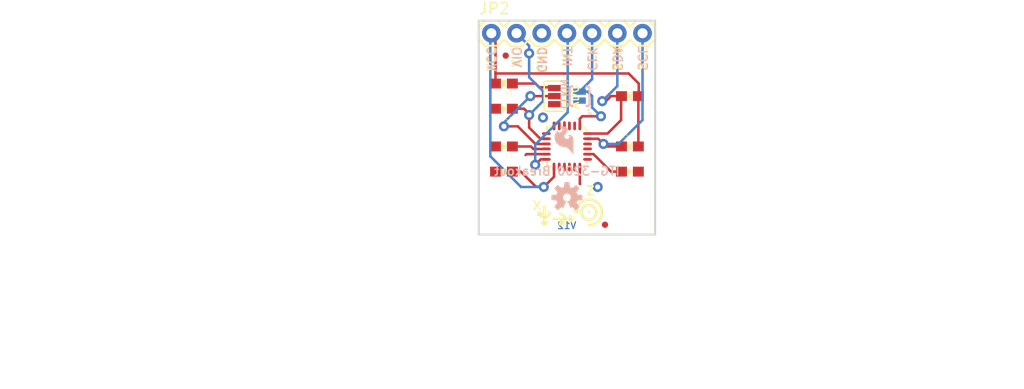
<source format=kicad_pcb>
(kicad_pcb (version 20211014) (generator pcbnew)
  (layers (0 "F.Cu" signal) (31 "B.Cu" signal) (34 "B.Paste" user) (35 "F.Paste" user) (36 "B.SilkS" user "B.Silkscreen") (37 "F.SilkS" user "F.Silkscreen") (38 "B.Mask" user) (39 "F.Mask" user) (44 "Edge.Cuts" user))
  (net 0 "")
  (net 1 "VCC")
  (net 2 "VLOGIC")
  (net 3 "GND")
  (net 4 "CLKIN")
  (net 5 "INT")
  (net 6 "SCL")
  (net 7 "SDA")
  (net 8 "N$2")
  (net 9 "N$1")
  (net 10 "AD0")
  (net 11 "N$3")
  (footprint "boardEagle:0603-RES" (layer "F.Cu") (at 154.8511 101.8286)
    (fp_text reference "R1" (at -0.889 -0.762) (layer "F.SilkS") (effects (font (size 0.373888 0.373888) (thickness 0.032512)) (justify left bottom)))
    (fp_text value "DNP")
    (fp_poly (pts (xy -0.2286 0.381) (xy 0.2286 0.381) (xy 0.2286 -0.381) (xy -0.2286 -0.381)) (layer "F.SilkS") (width 0) (fill solid))
    (pad "1" smd rect (at -0.85 0) (size 1.1 1) (layers "F.Cu" "F.Paste" "F.Mask") (net 7 "SDA"))
    (pad "2" smd rect (at 0.85 0) (size 1.1 1) (layers "F.Cu" "F.Paste" "F.Mask") (net 1 "VCC"))
  )
  (footprint "boardEagle:MICRO-FIDUCIAL" (layer "F.Cu") (at 152.3365 114.808)
    (fp_text reference "FID2" hide)
    (fp_text value "FIDUCIALUFIDUCIAL" hide)
    (pad "1" smd roundrect (at 0 0) (size 0.635 0.635) (layers "F.Cu" "F.Mask") (roundrect_rratio 0.5))
  )
  (footprint "boardEagle:STAND-OFF-TIGHT" (layer "F.Cu") (at 142.1511 113.2586)
    (fp_text reference "U$2" hide)
    (fp_text value "" hide)
    (pad "" np_thru_hole circle (at 0 0) (size 3.048 3.048) (drill 3.048) (layers *.Cu *.Mask))
  )
  (footprint "boardEagle:0603-RES" (layer "F.Cu") (at 142.1511 100.5586 180)
    (fp_text reference "R3" (at -0.889 -0.762 180) (layer "F.SilkS") (effects (font (size 0.373888 0.373888) (thickness 0.032512)) (justify right top)))
    (fp_text value "10K")
    (fp_poly (pts (xy -0.2286 0.381) (xy 0.2286 0.381) (xy 0.2286 -0.381) (xy -0.2286 -0.381)) (layer "F.SilkS") (width 0) (fill solid))
    (pad "1" smd rect (at -0.85 0 180) (size 1.1 1) (layers "F.Cu" "F.Paste" "F.Mask") (net 11 "N$3"))
    (pad "2" smd rect (at 0.85 0 180) (size 1.1 1) (layers "F.Cu" "F.Paste" "F.Mask") (net 1 "VCC"))
  )
  (footprint "boardEagle:0603-RES" (layer "F.Cu") (at 154.8511 106.9086)
    (fp_text reference "R2" (at -0.889 -0.762) (layer "F.SilkS") (effects (font (size 0.373888 0.373888) (thickness 0.032512)) (justify left bottom)))
    (fp_text value "DNP")
    (fp_poly (pts (xy -0.2286 0.381) (xy 0.2286 0.381) (xy 0.2286 -0.381) (xy -0.2286 -0.381)) (layer "F.SilkS") (width 0) (fill solid))
    (pad "1" smd rect (at -0.85 0) (size 1.1 1) (layers "F.Cu" "F.Paste" "F.Mask") (net 6 "SCL"))
    (pad "2" smd rect (at 0.85 0) (size 1.1 1) (layers "F.Cu" "F.Paste" "F.Mask") (net 1 "VCC"))
  )
  (footprint "boardEagle:CREATIVE_COMMONS" (layer "F.Cu") (at 111.6711 131.0386)
    (fp_text reference "FRAME1" hide)
    (fp_text value "FRAME-LETTER" hide)
  )
  (footprint "boardEagle:0603-CAP" (layer "F.Cu") (at 142.1511 106.9086 180)
    (fp_text reference "C3" (at -0.889 -0.762 180) (layer "F.SilkS") (effects (font (size 0.373888 0.373888) (thickness 0.032512)) (justify right top)))
    (fp_text value "0.1uF")
    (fp_line (start 0 -0.0305) (end 0 0.0305) (layer "F.SilkS") (width 0.5588))
    (pad "1" smd rect (at -0.85 0 180) (size 1.1 1) (layers "F.Cu" "F.Paste" "F.Mask") (net 8 "N$2"))
    (pad "2" smd rect (at 0.85 0 180) (size 1.1 1) (layers "F.Cu" "F.Paste" "F.Mask") (net 3 "GND"))
  )
  (footprint "boardEagle:1X07" (layer "F.Cu") (at 140.8811 95.4786)
    (fp_text reference "JP2" (at -1.3462 -1.8288) (layer "F.SilkS") (effects (font (size 1.143 1.143) (thickness 0.127)) (justify left bottom)))
    (fp_text value "")
    (fp_line (start -0.635 -1.27) (end -1.27 -0.635) (layer "F.SilkS") (width 0.2032))
    (fp_line (start 13.97 0.635) (end 14.605 1.27) (layer "F.SilkS") (width 0.2032))
    (fp_line (start 13.97 0.635) (end 13.335 1.27) (layer "F.SilkS") (width 0.2032))
    (fp_line (start 10.795 -1.27) (end 11.43 -0.635) (layer "F.SilkS") (width 0.2032))
    (fp_line (start 11.43 -0.635) (end 12.065 -1.27) (layer "F.SilkS") (width 0.2032))
    (fp_line (start 3.81 0.635) (end 3.175 1.27) (layer "F.SilkS") (width 0.2032))
    (fp_line (start 6.985 -1.27) (end 8.255 -1.27) (layer "F.SilkS") (width 0.2032))
    (fp_line (start 14.605 -1.27) (end 15.875 -1.27) (layer "F.SilkS") (width 0.2032))
    (fp_line (start 12.065 -1.27) (end 13.335 -1.27) (layer "F.SilkS") (width 0.2032))
    (fp_line (start 6.35 0.635) (end 6.985 1.27) (layer "F.SilkS") (width 0.2032))
    (fp_line (start -0.635 -1.27) (end 0.635 -1.27) (layer "F.SilkS") (width 0.2032))
    (fp_line (start 1.27 0.635) (end 0.635 1.27) (layer "F.SilkS") (width 0.2032))
    (fp_line (start 13.335 1.27) (end 12.065 1.27) (layer "F.SilkS") (width 0.2032))
    (fp_line (start 0.635 1.27) (end -0.635 1.27) (layer "F.SilkS") (width 0.2032))
    (fp_line (start 15.875 1.27) (end 14.605 1.27) (layer "F.SilkS") (width 0.2032))
    (fp_line (start -1.27 -0.635) (end -1.27 0.635) (layer "F.SilkS") (width 0.2032))
    (fp_line (start 0.635 -1.27) (end 1.27 -0.635) (layer "F.SilkS") (width 0.2032))
    (fp_line (start 3.81 -0.635) (end 4.445 -1.27) (layer "F.SilkS") (width 0.2032))
    (fp_line (start 9.525 1.27) (end 8.89 0.635) (layer "F.SilkS") (width 0.2032))
    (fp_line (start 14.605 -1.27) (end 13.97 -0.635) (layer "F.SilkS") (width 0.2032))
    (fp_line (start 1.905 1.27) (end 1.27 0.635) (layer "F.SilkS") (width 0.2032))
    (fp_line (start 3.175 -1.27) (end 3.81 -0.635) (layer "F.SilkS") (width 0.2032))
    (fp_line (start 12.065 1.27) (end 11.43 0.635) (layer "F.SilkS") (width 0.2032))
    (fp_line (start -1.27 0.635) (end -0.635 1.27) (layer "F.SilkS") (width 0.2032))
    (fp_line (start 8.255 -1.27) (end 8.89 -0.635) (layer "F.SilkS") (width 0.2032))
    (fp_line (start 5.715 1.27) (end 4.445 1.27) (layer "F.SilkS") (width 0.2032))
    (fp_line (start 5.715 -1.27) (end 6.35 -0.635) (layer "F.SilkS") (width 0.2032))
    (fp_line (start 16.51 -0.635) (end 16.51 0.635) (layer "F.SilkS") (width 0.2032))
    (fp_line (start 4.445 1.27) (end 3.81 0.635) (layer "F.SilkS") (width 0.2032))
    (fp_line (start 6.985 -1.27) (end 6.35 -0.635) (layer "F.SilkS") (width 0.2032))
    (fp_line (start 9.525 -1.27) (end 10.795 -1.27) (layer "F.SilkS") (width 0.2032))
    (fp_line (start 3.175 1.27) (end 1.905 1.27) (layer "F.SilkS") (width 0.2032))
    (fp_line (start 13.335 -1.27) (end 13.97 -0.635) (layer "F.SilkS") (width 0.2032))
    (fp_line (start 10.795 1.27) (end 9.525 1.27) (layer "F.SilkS") (width 0.2032))
    (fp_line (start 8.255 1.27) (end 6.985 1.27) (layer "F.SilkS") (width 0.2032))
    (fp_line (start 1.905 -1.27) (end 3.175 -1.27) (layer "F.SilkS") (width 0.2032))
    (fp_line (start 15.875 -1.27) (end 16.51 -0.635) (layer "F.SilkS") (width 0.2032))
    (fp_line (start 6.35 0.635) (end 5.715 1.27) (layer "F.SilkS") (width 0.2032))
    (fp_line (start 4.445 -1.27) (end 5.715 -1.27) (layer "F.SilkS") (width 0.2032))
    (fp_line (start 11.43 0.635) (end 10.795 1.27) (layer "F.SilkS") (width 0.2032))
    (fp_line (start 8.89 -0.635) (end 9.525 -1.27) (layer "F.SilkS") (width 0.2032))
    (fp_line (start 16.51 0.635) (end 15.875 1.27) (layer "F.SilkS") (width 0.2032))
    (fp_line (start 1.27 -0.635) (end 1.905 -1.27) (layer "F.SilkS") (width 0.2032))
    (fp_line (start 8.89 0.635) (end 8.255 1.27) (layer "F.SilkS") (width 0.2032))
    (pad "1" thru_hole circle (at 0 0 90) (size 1.8796 1.8796) (drill 1.016) (layers *.Cu *.Mask) (net 1 "VCC"))
    (pad "2" thru_hole circle (at 2.54 0 90) (size 1.8796 1.8796) (drill 1.016) (layers *.Cu *.Mask) (net 2 "VLOGIC"))
    (pad "3" thru_hole circle (at 5.08 0 90) (size 1.8796 1.8796) (drill 1.016) (layers *.Cu *.Mask) (net 3 "GND"))
    (pad "4" thru_hole circle (at 7.62 0 90) (size 1.8796 1.8796) (drill 1.016) (layers *.Cu *.Mask) (net 5 "INT"))
    (pad "5" thru_hole circle (at 10.16 0 90) (size 1.8796 1.8796) (drill 1.016) (layers *.Cu *.Mask) (net 4 "CLKIN"))
    (pad "6" thru_hole circle (at 12.7 0 90) (size 1.8796 1.8796) (drill 1.016) (layers *.Cu *.Mask) (net 7 "SDA"))
    (pad "7" thru_hole circle (at 15.24 0 90) (size 1.8796 1.8796) (drill 1.016) (layers *.Cu *.Mask) (net 6 "SCL"))
  )
  (footprint "boardEagle:STAND-OFF-TIGHT" (layer "F.Cu") (at 154.8511 113.2586)
    (fp_text reference "U$1" hide)
    (fp_text value "" hide)
    (pad "" np_thru_hole circle (at 0 0) (size 3.048 3.048) (drill 3.048) (layers *.Cu *.Mask))
  )
  (footprint "boardEagle:QFN-24_ITG3200_1_1" (layer "F.Cu") (at 148.5011 106.9086 -90)
    (fp_text reference "U1" hide)
    (fp_text value "ITG-32001:1" hide)
    (fp_line (start -2 2) (end -2 1.65) (layer "F.SilkS") (width 0.2032))
    (fp_line (start 1.65 2) (end 2 2) (layer "F.SilkS") (width 0.2032))
    (fp_line (start 2 -1.65) (end 2 -2) (layer "F.SilkS") (width 0.2032))
    (fp_line (start -1.65 2) (end -2 2) (layer "F.SilkS") (width 0.2032))
    (fp_line (start 2 1.65) (end 2 2) (layer "F.SilkS") (width 0.2032))
    (fp_line (start 2 -2) (end 1.65 -2) (layer "F.SilkS") (width 0.2032))
    (fp_line (start -1.65 -2) (end -2 -1.65) (layer "F.SilkS") (width 0.2032))
    (pad "1" smd roundrect (at -2.0762 -1.3008 90) (size 0.889 0.2794) (layers "F.Cu" "F.Paste" "F.Mask") (roundrect_rratio 0.5) (net 4 "CLKIN"))
    (pad "2" smd roundrect (at -2.0762 -0.7754 90) (size 0.889 0.2794) (layers "F.Cu" "F.Paste" "F.Mask") (roundrect_rratio 0.5))
    (pad "3" smd roundrect (at -2.0762 -0.25 90) (size 0.889 0.2794) (layers "F.Cu" "F.Paste" "F.Mask") (roundrect_rratio 0.5))
    (pad "4" smd roundrect (at -2.1016 0.25 90) (size 0.889 0.2794) (layers "F.Cu" "F.Paste" "F.Mask") (roundrect_rratio 0.5))
    (pad "5" smd roundrect (at -2.0762 0.7754 90) (size 0.889 0.2794) (layers "F.Cu" "F.Paste" "F.Mask") (roundrect_rratio 0.5))
    (pad "6" smd roundrect (at -2.0762 1.3008 90) (size 0.889 0.2794) (layers "F.Cu" "F.Paste" "F.Mask") (roundrect_rratio 0.5))
    (pad "7" smd roundrect (at -1.3008 2.0762) (size 0.889 0.2794) (layers "F.Cu" "F.Paste" "F.Mask") (roundrect_rratio 0.5))
    (pad "8" smd roundrect (at -0.7754 2.0762) (size 0.889 0.2794) (layers "F.Cu" "F.Paste" "F.Mask") (roundrect_rratio 0.5) (net 2 "VLOGIC"))
    (pad "9" smd roundrect (at -0.25 2.0762) (size 0.889 0.2794) (layers "F.Cu" "F.Paste" "F.Mask") (roundrect_rratio 0.5) (net 10 "AD0"))
    (pad "10" smd roundrect (at 0.25 2.0762) (size 0.889 0.2794) (layers "F.Cu" "F.Paste" "F.Mask") (roundrect_rratio 0.5) (net 8 "N$2"))
    (pad "11" smd roundrect (at 0.7754 2.0762) (size 0.889 0.2794) (layers "F.Cu" "F.Paste" "F.Mask") (roundrect_rratio 0.5) (net 3 "GND"))
    (pad "12" smd roundrect (at 1.3008 2.0762) (size 0.889 0.2794) (layers "F.Cu" "F.Paste" "F.Mask") (roundrect_rratio 0.5) (net 5 "INT"))
    (pad "13" smd roundrect (at 2.0762 1.3008 270) (size 0.889 0.2794) (layers "F.Cu" "F.Paste" "F.Mask") (roundrect_rratio 0.5) (net 1 "VCC"))
    (pad "14" smd roundrect (at 2.0762 0.7754 270) (size 0.889 0.2794) (layers "F.Cu" "F.Paste" "F.Mask") (roundrect_rratio 0.5))
    (pad "15" smd roundrect (at 2.0762 0.25 270) (size 0.889 0.2794) (layers "F.Cu" "F.Paste" "F.Mask") (roundrect_rratio 0.5))
    (pad "16" smd roundrect (at 2.0762 -0.25 270) (size 0.889 0.2794) (layers "F.Cu" "F.Paste" "F.Mask") (roundrect_rratio 0.5))
    (pad "17" smd roundrect (at 2.0762 -0.7754 270) (size 0.889 0.2794) (layers "F.Cu" "F.Paste" "F.Mask") (roundrect_rratio 0.5))
    (pad "18" smd roundrect (at 2.0762 -1.3008 270) (size 0.889 0.2794) (layers "F.Cu" "F.Paste" "F.Mask") (roundrect_rratio 0.5) (net 3 "GND"))
    (pad "19" smd roundrect (at 1.3008 -2.0762 180) (size 0.889 0.2794) (layers "F.Cu" "F.Paste" "F.Mask") (roundrect_rratio 0.5))
    (pad "20" smd roundrect (at 0.7754 -2.0762 180) (size 0.889 0.2794) (layers "F.Cu" "F.Paste" "F.Mask") (roundrect_rratio 0.5) (net 9 "N$1"))
    (pad "21" smd roundrect (at 0.25 -2.0762 180) (size 0.889 0.2794) (layers "F.Cu" "F.Paste" "F.Mask") (roundrect_rratio 0.5))
    (pad "22" smd roundrect (at -0.25 -2.0762 180) (size 0.889 0.2794) (layers "F.Cu" "F.Paste" "F.Mask") (roundrect_rratio 0.5))
    (pad "23" smd roundrect (at -0.7754 -2.0762 180) (size 0.889 0.2794) (layers "F.Cu" "F.Paste" "F.Mask") (roundrect_rratio 0.5) (net 6 "SCL"))
    (pad "24" smd roundrect (at -1.3008 -2.0762 180) (size 0.889 0.2794) (layers "F.Cu" "F.Paste" "F.Mask") (roundrect_rratio 0.5) (net 7 "SDA"))
  )
  (footprint "boardEagle:0603-CAP" (layer "F.Cu") (at 142.1511 103.0986 180)
    (fp_text reference "C4" (at -0.889 -0.762 180) (layer "F.SilkS") (effects (font (size 0.373888 0.373888) (thickness 0.032512)) (justify right top)))
    (fp_text value "10nF")
    (fp_line (start 0 -0.0305) (end 0 0.0305) (layer "F.SilkS") (width 0.5588))
    (pad "1" smd rect (at -0.85 0 180) (size 1.1 1) (layers "F.Cu" "F.Paste" "F.Mask") (net 2 "VLOGIC"))
    (pad "2" smd rect (at 0.85 0 180) (size 1.1 1) (layers "F.Cu" "F.Paste" "F.Mask") (net 3 "GND"))
  )
  (footprint "boardEagle:SJ_3_PASTE1&2" (layer "F.Cu") (at 147.2311 101.8286 -90)
    (fp_text reference "SJ1" (at -1.27 -1.27 -90) (layer "F.SilkS") (effects (font (size 0.373888 0.373888) (thickness 0.032512)) (justify left bottom)))
    (fp_text value "")
    (fp_line (start 1.524 0.762) (end 1.524 -0.762) (layer "F.SilkS") (width 0.1524))
    (fp_line (start -1.27 -1.016) (end 1.27 -1.016) (layer "F.SilkS") (width 0.1524))
    (fp_line (start 1.27 1.016) (end -1.27 1.016) (layer "F.SilkS") (width 0.1524))
    (fp_line (start -1.524 0.762) (end -1.524 -0.762) (layer "F.SilkS") (width 0.1524))
    (fp_arc (start -1.524 -0.762) (mid -1.449605 -0.941605) (end -1.27 -1.016) (layer "F.SilkS") (width 0.1524))
    (fp_arc (start 1.524 0.762) (mid 1.449605 0.941605) (end 1.27 1.016) (layer "F.SilkS") (width 0.1524))
    (fp_arc (start -1.27 1.016) (mid -1.449605 0.941605) (end -1.524 0.762) (layer "F.SilkS") (width 0.1524))
    (fp_arc (start 1.27 -1.016) (mid 1.449605 -0.941605) (end 1.524 -0.762) (layer "F.SilkS") (width 0.1524))
    (pad "1" smd rect (at -0.8128 0 270) (size 0.635 1.27) (layers "F.Cu" "F.Mask") (net 11 "N$3"))
    (pad "2" smd rect (at 0 0 270) (size 0.635 1.27) (layers "F.Cu" "F.Mask") (net 10 "AD0"))
    (pad "3" smd rect (at 0.8128 0 270) (size 0.635 1.27) (layers "F.Cu" "F.Mask") (net 3 "GND"))
  )
  (footprint "boardEagle:0603-CAP" (layer "F.Cu") (at 154.8511 109.4486)
    (fp_text reference "C1" (at -0.889 -0.762) (layer "F.SilkS") (effects (font (size 0.373888 0.373888) (thickness 0.032512)) (justify left bottom)))
    (fp_text value "2.2nF")
    (fp_line (start 0 -0.0305) (end 0 0.0305) (layer "F.SilkS") (width 0.5588))
    (pad "1" smd rect (at -0.85 0) (size 1.1 1) (layers "F.Cu" "F.Paste" "F.Mask") (net 9 "N$1"))
    (pad "2" smd rect (at 0.85 0) (size 1.1 1) (layers "F.Cu" "F.Paste" "F.Mask") (net 3 "GND"))
  )
  (footprint "boardEagle:MICRO-FIDUCIAL" (layer "F.Cu") (at 142.3289 97.7392)
    (fp_text reference "FID1" hide)
    (fp_text value "FIDUCIALUFIDUCIAL" hide)
    (pad "1" smd roundrect (at 0 0) (size 0.635 0.635) (layers "F.Cu" "F.Mask") (roundrect_rratio 0.5))
  )
  (footprint "boardEagle:0603-CAP" (layer "F.Cu") (at 142.1511 109.4486 180)
    (fp_text reference "C2" (at -0.889 -0.762 180) (layer "F.SilkS") (effects (font (size 0.373888 0.373888) (thickness 0.032512)) (justify right top)))
    (fp_text value "0.1uF")
    (fp_line (start 0 -0.0305) (end 0 0.0305) (layer "F.SilkS") (width 0.5588))
    (pad "1" smd rect (at -0.85 0 180) (size 1.1 1) (layers "F.Cu" "F.Paste" "F.Mask") (net 1 "VCC"))
    (pad "2" smd rect (at 0.85 0 180) (size 1.1 1) (layers "F.Cu" "F.Paste" "F.Mask") (net 3 "GND"))
  )
  (footprint "boardEagle:OSHW-LOGO-S" (layer "B.Cu") (at 148.5011 112.0648 180)
    (fp_text reference "LOGO1" hide)
    (fp_text value "OSHW-LOGOS" hide)
    (fp_poly (pts (xy 0.301647 1.061351) (xy 0.42347 1.022344) (xy 0.537177 0.963769) (xy 0.92862 1.282946) (xy 1.282946 0.92862) (xy 0.961035 0.533823) (xy 1.057046 0.302084) (xy 1.5638 0.250561) (xy 1.5638 -0.250561) (xy 1.057046 -0.302084) (xy 0.961035 -0.533823) (xy 1.282946 -0.92862) (xy 0.92862 -1.282946) (xy 0.537177 -0.96377) (xy 0.356601 -1.056794) (xy 0.088679 -0.410073) (xy 0.326262 -0.2176) (xy 0.373649 -0.121468) (xy 0.392729 -0.010339) (xy 0.379464 0.101634) (xy 0.334947 0.205229) (xy 0.262842 0.291918) (xy 0.169087 0.354561) (xy 0.061406 0.387999) (xy -0.051342 0.38948) (xy -0.159868 0.358881) (xy -0.255234 0.298724) (xy -0.329589 0.213962) (xy -0.376813 0.111569) (xy -0.392176 0.005767) (xy -0.322923 -0.222565) (xy -0.249312 -0.303773) (xy 0.091677 -0.5081) (xy -0.12929 -0.5081) (xy -0.355332 -1.053732) (xy -0.506597 -0.983577) (xy -0.538922 -0.965192) (xy -0.92862 -1.282946) (xy -1.282946 -0.92862) (xy -0.961035 -0.533823) (xy -1.057046 -0.302084) (xy -1.5638 -0.250561) (xy -1.5638 0.250561) (xy -1.057046 0.302084) (xy -0.961035 0.533823) (xy -1.282946 0.92862) (xy -0.92862 1.282946) (xy -0.533823 0.961035) (xy -0.302084 1.057046) (xy -0.250561 1.5638) (xy 0.250561 1.5638)) (layer "B.SilkS") (width 0) (fill solid))
  )
  (footprint "boardEagle:SJ_2S-NO" (layer "B.Cu") (at 149.7711 101.8286 90)
    (fp_text reference "JP6" (at -0.908 1.27 270) (layer "B.SilkS") (effects (font (size 0.373888 0.373888) (thickness 0.032512)) (justify left bottom mirror)))
    (fp_text value "")
    (fp_line (start 0.8 -1) (end -0.8 -1) (layer "B.SilkS") (width 0.2032))
    (fp_line (start -0.8 1) (end 0.8 1) (layer "B.SilkS") (width 0.2032))
    (fp_arc (start -1 -0.7) (mid -0.962132 -0.891421) (end -0.8 -1) (layer "B.SilkS") (width 0.2032))
    (fp_arc (start 1 0.7) (mid 0.962132 0.891421) (end 0.8 1) (layer "B.SilkS") (width 0.2032))
    (fp_arc (start 0.8 -1) (mid 0.962132 -0.891421) (end 1 -0.7) (layer "B.SilkS") (width 0.2032))
    (fp_arc (start -0.8 1) (mid -0.962132 0.891421) (end -1 0.7) (layer "B.SilkS") (width 0.2032))
    (pad "1" smd rect (at -0.45 0 90) (size 0.635 1.27) (layers "B.Cu" "B.Mask") (net 3 "GND"))
    (pad "2" smd rect (at 0.45 0 90) (size 0.635 1.27) (layers "B.Cu" "B.Mask") (net 4 "CLKIN"))
  )
  (footprint "boardEagle:SFE-LOGO-FLAME" (layer "B.Cu") (at 149.1361 107.6706 180)
    (fp_text reference "LOGO2" hide)
    (fp_text value "LOGO-SFESK" hide)
    (fp_poly (pts (xy 1.126002 2.808203) (xy 1.215449 2.785829) (xy 1.228477 2.780783) (xy 1.240149 2.774875) (xy 1.25686 2.766576) (xy 1.275552 2.759834) (xy 1.371694 2.7026) (xy 1.3793 2.7026) (xy 1.3793 2.6772) (xy 1.306833 2.6772) (xy 1.208418 2.657914) (xy 1.074855 2.495286) (xy 1.079365 2.436825) (xy 1.12809 2.341869) (xy 1.204666 2.265196) (xy 1.294069 2.200638) (xy 1.369348 2.168824) (xy 1.450737 2.171632) (xy 1.458864 2.174186) (xy 1.466257 2.177389) (xy 1.530514 2.236956) (xy 1.5368 2.259812) (xy 1.5368 2.377938) (xy 1.763707 2.148127) (xy 1.868186 1.856841) (xy 1.871603 1.856894) (xy 1.87806 1.650435) (xy 1.848857 1.45742) (xy 1.785308 1.272842) (xy 1.6663 1.061578) (xy 1.6663 1.080581) (xy 1.378131 0.80901) (xy 0.982239 0.6985) (xy 0.753005 0.6985) (xy 0.716201 0.692046) (xy 0.681776 0.679592) (xy 0.496322 0.541784) (xy -0.0126 -0.03091) (xy -0.0126 1.52077) (xy 0.060004 1.761967) (xy 0.168295 1.865489) (xy 0.307122 1.917522) (xy 0.4039 1.925089) (xy 0.499384 1.917623) (xy 0.55991 1.908099) (xy 0.557788 1.884433) (xy 0.522216 1.885242) (xy 0.501784 1.876141) (xy 0.420519 1.817154) (xy 0.400722 1.79067) (xy 0.390395 1.7285) (xy 0.400905 1.665229) (xy 0.421405 1.625174) (xy 0.452343 1.592685) (xy 0.546535 1.54355) (xy 0.652229 1.531742) (xy 0.742768 1.550084) (xy 0.82422 1.589656) (xy 0.92203 1.754659) (xy 0.907706 1.848844) (xy 0.850914 1.930401) (xy 0.584707 2.263237) (xy 0.561667 2.510855) (xy 0.627495 2.621556) (xy 0.629042 2.623103) (xy 0.778901 2.74712) (xy 1.032676 2.817064)) (layer "B.SilkS") (width 0) (fill solid))
  )
  (gr_circle (center 150.7109 113.5634) (end 151.451428 113.5634) (layer "F.SilkS") (width 0.254) (fill none))
  (gr_line (start 149.0599 114.2238) (end 147.1549 114.2238) (layer "F.SilkS") (width 0.254))
  (gr_arc (start 146.7485 113.5634) (mid 146.2405 114.0714) (end 145.7325 113.5634) (layer "F.SilkS") (width 0.254))
  (gr_line (start 149.0599 114.2238) (end 148.8059 114.4778) (layer "F.SilkS") (width 0.254))
  (gr_line (start 146.2405 114.8334) (end 145.9865 114.5794) (layer "F.SilkS") (width 0.254))
  (gr_line (start 147.7899 114.7318) (end 147.9169 114.4778) (layer "F.SilkS") (width 0.254))
  (gr_line (start 147.7899 114.7318) (end 148.0439 114.8588) (layer "F.SilkS") (width 0.254))
  (gr_line (start 150.7109 113.5634) (end 150.7109 113.538) (layer "F.SilkS") (width 0.254))
  (gr_line (start 146.2405 114.8334) (end 146.2405 112.9284) (layer "F.SilkS") (width 0.254))
  (gr_line (start 149.3901 113.538) (end 149.1869 113.3348) (layer "F.SilkS") (width 0.254))
  (gr_line (start 149.4409 113.538) (end 149.3901 113.538) (layer "F.SilkS") (width 0.254))
  (gr_arc (start 149.4409 113.5888) (mid 151.652461 112.64724) (end 150.710898 114.8588) (layer "F.SilkS") (width 0.254))
  (gr_line (start 150.7109 113.538) (end 150.7363 113.5126) (layer "F.SilkS") (width 0.254))
  (gr_line (start 145.7325 113.5634) (end 145.9865 113.6904) (layer "F.SilkS") (width 0.254))
  (gr_line (start 149.0599 114.2238) (end 148.8059 113.9698) (layer "F.SilkS") (width 0.254))
  (gr_line (start 149.4663 113.5888) (end 149.6695 113.3856) (layer "F.SilkS") (width 0.254))
  (gr_arc (start 147.7899 113.7158) (mid 148.2979 114.2238) (end 147.7899 114.7318) (layer "F.SilkS") (width 0.254))
  (gr_line (start 149.4155 113.5888) (end 149.4663 113.5888) (layer "F.SilkS") (width 0.254))
  (gr_line (start 146.2405 114.8334) (end 146.4945 114.5794) (layer "F.SilkS") (width 0.254))
  (gr_line (start 145.7325 113.5634) (end 145.6055 113.8174) (layer "F.SilkS") (width 0.254))
  (gr_line (start 157.3911 115.7986) (end 139.6111 115.7986) (layer "Edge.Cuts") (width 0.2032))
  (gr_line (start 139.6111 94.2086) (end 157.3911 94.2086) (layer "Edge.Cuts") (width 0.2032))
  (gr_line (start 139.6111 115.7986) (end 139.6111 94.2086) (layer "Edge.Cuts") (width 0.2032))
  (gr_line (start 157.3911 94.2086) (end 157.3911 115.7986) (layer "Edge.Cuts") (width 0.2032))
  (gr_text "V12" (at 149.5171 115.2906) (layer "B.Cu") (effects (font (size 0.69088 0.69088) (thickness 0.12192)) (justify left bottom mirror)))
  (gr_text "INT" (at 149.0091 96.7486 -90) (layer "B.SilkS") (effects (font (size 0.8636 0.8636) (thickness 0.1524)) (justify right top mirror)))
  (gr_text "CLKIN" (at 148.6281 100.0506 -90) (layer "B.SilkS") (effects (font (size 0.69088 0.69088) (thickness 0.12192)) (justify right top mirror)))
  (gr_text "SDA" (at 154.0891 96.7486 -90) (layer "B.SilkS") (effects (font (size 0.8636 0.8636) (thickness 0.1524)) (justify right top mirror)))
  (gr_text "ITG-3200 Breakout" (at 141.0843 108.8898) (layer "B.SilkS") (effects (font (size 0.8636 0.8636) (thickness 0.1524)) (justify right top mirror)))
  (gr_text "SCL" (at 156.6291 96.7486 -90) (layer "B.SilkS") (effects (font (size 0.8636 0.8636) (thickness 0.1524)) (justify right top mirror)))
  (gr_text "CLK" (at 151.5491 96.7486 -90) (layer "B.SilkS") (effects (font (size 0.8636 0.8636) (thickness 0.1524)) (justify right top mirror)))
  (gr_text "VIO" (at 143.9291 96.7486 -90) (layer "B.SilkS") (effects (font (size 0.8636 0.8636) (thickness 0.1524)) (justify right top mirror)))
  (gr_text "GND" (at 146.4691 96.7486 -90) (layer "B.SilkS") (effects (font (size 0.8636 0.8636) (thickness 0.1524)) (justify right top mirror)))
  (gr_text "VCC" (at 141.3891 96.7486 -90) (layer "B.SilkS") (effects (font (size 0.8636 0.8636) (thickness 0.1524)) (justify right top mirror)))
  (gr_text "GND" (at 145.4531 96.7486 90) (layer "F.SilkS") (effects (font (size 0.8636 0.8636) (thickness 0.1524)) (justify right top)))
  (gr_text "Y" (at 147.6629 113.3348) (layer "F.SilkS") (effects (font (size 0.8636 0.8636) (thickness 0.1524)) (justify left bottom)))
  (gr_text "SCL" (at 155.6131 96.7486 90) (layer "F.SilkS") (effects (font (size 0.8636 0.8636) (thickness 0.1524)) (justify right top)))
  (gr_text "AD0" (at 149.7711 103.2256 90) (layer "F.SilkS") (effects (font (size 0.8636 0.8636) (thickness 0.1524)) (justify left bottom)))
  (gr_text "SDA" (at 153.0731 96.7486 90) (layer "F.SilkS") (effects (font (size 0.8636 0.8636) (thickness 0.1524)) (justify right top)))
  (gr_text "VIO" (at 142.9131 96.7486 90) (layer "F.SilkS") (effects (font (size 0.8636 0.8636) (thickness 0.1524)) (justify right top)))
  (gr_text "INT" (at 147.9931 96.7486 90) (layer "F.SilkS") (effects (font (size 0.8636 0.8636) (thickness 0.1524)) (justify right top)))
  (gr_text "X" (at 144.9705 113.3856) (layer "F.SilkS") (effects (font (size 0.8636 0.8636) (thickness 0.1524)) (justify left bottom)))
  (gr_text "Z" (at 150.3553 111.887) (layer "F.SilkS") (effects (font (size 0.8636 0.8636) (thickness 0.1524)) (justify left bottom)))
  (gr_text "CLK" (at 150.5331 96.7486 90) (layer "F.SilkS") (effects (font (size 0.8636 0.8636) (thickness 0.1524)) (justify right top)))
  (gr_text "VCC" (at 140.3731 96.7486 90) (layer "F.SilkS") (effects (font (size 0.8636 0.8636) (thickness 0.1524)) (justify right top)))
  (segment (start 155.7011 101.8286) (end 155.7011 106.9086) (width 0.254) (layer "F.Cu") (net 1))
  (segment (start 141.3011 95.8986) (end 140.8811 95.4786) (width 0.254) (layer "F.Cu") (net 1))
  (segment (start 141.3011 99.5426) (end 141.3011 95.8986) (width 0.254) (layer "F.Cu") (net 1))
  (segment (start 143.0011 109.4486) (end 143.8529 109.4486) (width 0.254) (layer "F.Cu") (net 1))
  (segment (start 155.7401 100.5586) (end 154.7241 99.5426) (width 0.254) (layer "F.Cu") (net 1))
  (segment (start 155.7401 101.7896) (end 155.7011 101.8286) (width 0.254) (layer "F.Cu") (net 1))
  (segment (start 155.7401 101.7896) (end 155.7401 100.5586) (width 0.254) (layer "F.Cu") (net 1))
  (segment (start 147.2003 109.962) (end 146.1643 110.998) (width 0.254) (layer "F.Cu") (net 1))
  (segment (start 154.7241 99.5426) (end 141.3011 99.5426) (width 0.254) (layer "F.Cu") (net 1))
  (segment (start 145.3769 110.9726) (end 146.1389 110.9726) (width 0.254) (layer "F.Cu") (net 1))
  (segment (start 141.3011 100.5586) (end 141.3011 99.5426) (width 0.254) (layer "F.Cu") (net 1))
  (segment (start 143.8529 109.4486) (end 145.3769 110.9726) (width 0.254) (layer "F.Cu") (net 1))
  (segment (start 141.2621 100.5196) (end 141.3011 100.5586) (width 0.254) (layer "F.Cu") (net 1))
  (segment (start 147.2003 108.9848) (end 147.2003 109.962) (width 0.254) (layer "F.Cu") (net 1))
  (segment (start 146.1389 110.9726) (end 146.1643 110.998) (width 0.254) (layer "F.Cu") (net 1))
  (via (at 146.1643 110.998) (size 1.016) (drill 0.508) (layers "F.Cu" "B.Cu") (net 1))
  (segment (start 140.7795 107.8992) (end 140.7795 95.5802) (width 0.254) (layer "B.Cu") (net 1))
  (segment (start 140.7795 95.5802) (end 140.8811 95.4786) (width 0.254) (layer "B.Cu") (net 1))
  (segment (start 143.8783 110.998) (end 140.7795 107.8992) (width 0.254) (layer "B.Cu") (net 1))
  (segment (start 146.1643 110.998) (end 143.8783 110.998) (width 0.254) (layer "B.Cu") (net 1))
  (segment (start 145.8207 106.1332) (end 144.6911 105.0036) (width 0.254) (layer "F.Cu") (net 2))
  (segment (start 144.1831 103.0986) (end 143.0011 103.0986) (width 0.254) (layer "F.Cu") (net 2))
  (segment (start 144.6911 103.6066) (end 144.1831 103.0986) (width 0.254) (layer "F.Cu") (net 2))
  (segment (start 146.4249 106.1332) (end 145.8207 106.1332) (width 0.254) (layer "F.Cu") (net 2))
  (segment (start 144.6911 103.7336) (end 144.6911 103.6066) (width 0.254) (layer "F.Cu") (net 2))
  (segment (start 144.6911 105.0036) (end 144.6911 103.7336) (width 0.254) (layer "F.Cu") (net 2))
  (via (at 144.6911 97.5106) (size 1.016) (drill 0.508) (layers "F.Cu" "B.Cu") (net 2))
  (via (at 144.6911 103.7336) (size 1.016) (drill 0.508) (layers "F.Cu" "B.Cu") (net 2))
  (segment (start 144.6911 96.7486) (end 143.4211 95.4786) (width 0.254) (layer "B.Cu") (net 2))
  (segment (start 144.6911 99.9236) (end 146.0881 101.3206) (width 0.254) (layer "B.Cu") (net 2))
  (segment (start 144.6911 97.5106) (end 144.6911 99.9236) (width 0.254) (layer "B.Cu") (net 2))
  (segment (start 146.0881 101.3206) (end 146.0881 102.3366) (width 0.254) (layer "B.Cu") (net 2))
  (segment (start 144.6911 97.5106) (end 144.6911 96.7486) (width 0.254) (layer "B.Cu") (net 2))
  (segment (start 146.0881 102.3366) (end 144.6911 103.7336) (width 0.254) (layer "B.Cu") (net 2))
  (segment (start 149.8019 110.6732) (end 149.8219 110.6932) (width 0.254) (layer "F.Cu") (net 3))
  (segment (start 144.4237 107.684) (end 144.3355 107.7722) (width 0.254) (layer "F.Cu") (net 3))
  (segment (start 149.8019 108.9848) (end 149.8019 110.6732) (width 0.254) (layer "F.Cu") (net 3))
  (segment (start 146.4249 107.684) (end 144.4237 107.684) (width 0.254) (layer "F.Cu") (net 3))
  (via (at 151.5999 110.998) (size 1.016) (drill 0.508) (layers "F.Cu" "B.Cu") (net 3))
  (via (at 146.0881 103.9876) (size 1.016) (drill 0.508) (layers "F.Cu" "B.Cu") (net 3))
  (segment (start 149.7965 104.827) (end 149.7965 104.1146) (width 0.254) (layer "F.Cu") (net 4))
  (segment (start 149.7965 104.1146) (end 150.0505 103.8606) (width 0.254) (layer "F.Cu") (net 4))
  (segment (start 149.8019 104.8324) (end 149.7965 104.827) (width 0.254) (layer "F.Cu") (net 4))
  (segment (start 150.0505 103.8606) (end 151.9301 103.8606) (width 0.254) (layer "F.Cu") (net 4))
  (via (at 151.9301 103.8606) (size 1.016) (drill 0.508) (layers "F.Cu" "B.Cu") (net 4))
  (segment (start 151.0411 100.1086) (end 149.7711 101.3786) (width 0.254) (layer "B.Cu") (net 4))
  (segment (start 149.7711 101.3786) (end 150.5911 101.3786) (width 0.254) (layer "B.Cu") (net 4))
  (segment (start 151.0411 102.9716) (end 151.9301 103.8606) (width 0.254) (layer "B.Cu") (net 4))
  (segment (start 151.0411 101.8286) (end 151.0411 102.9716) (width 0.254) (layer "B.Cu") (net 4))
  (segment (start 150.5911 101.3786) (end 151.0411 101.8286) (width 0.254) (layer "B.Cu") (net 4))
  (segment (start 151.0411 95.4786) (end 151.0411 100.1086) (width 0.254) (layer "B.Cu") (net 4))
  (segment (start 145.8541 108.2094) (end 145.3007 108.7628) (width 0.254) (layer "F.Cu") (net 5))
  (segment (start 146.4249 108.2094) (end 145.8541 108.2094) (width 0.254) (layer "F.Cu") (net 5))
  (via (at 145.3007 108.7628) (size 1.016) (drill 0.508) (layers "F.Cu" "B.Cu") (net 5))
  (segment (start 145.3007 108.7628) (end 145.3007 106.7308) (width 0.254) (layer "B.Cu") (net 5))
  (segment (start 148.5773 103.4542) (end 148.5773 95.5548) (width 0.254) (layer "B.Cu") (net 5))
  (segment (start 145.3007 106.7308) (end 148.5773 103.4542) (width 0.254) (layer "B.Cu") (net 5))
  (segment (start 148.5773 95.5548) (end 148.5011 95.4786) (width 0.254) (layer "B.Cu") (net 5))
  (segment (start 154.0011 106.9086) (end 152.4381 106.9086) (width 0.254) (layer "F.Cu") (net 6))
  (segment (start 152.4381 106.9086) (end 152.1841 106.6546) (width 0.254) (layer "F.Cu") (net 6))
  (segment (start 151.6627 106.1332) (end 152.1841 106.6546) (width 0.254) (layer "F.Cu") (net 6))
  (segment (start 150.5773 106.1332) (end 151.6627 106.1332) (width 0.254) (layer "F.Cu") (net 6))
  (via (at 152.1841 106.6546) (size 1.016) (drill 0.508) (layers "F.Cu" "B.Cu") (net 6))
  (segment (start 156.1211 104.2416) (end 156.1211 95.4786) (width 0.254) (layer "B.Cu") (net 6))
  (segment (start 152.1841 106.6546) (end 153.7081 106.6546) (width 0.254) (layer "B.Cu") (net 6))
  (segment (start 153.7081 106.6546) (end 156.1211 104.2416) (width 0.254) (layer "B.Cu") (net 6))
  (segment (start 150.5773 105.6078) (end 152.5959 105.6078) (width 0.254) (layer "F.Cu") (net 7))
  (segment (start 153.9621 101.8676) (end 154.0011 101.8286) (width 0.254) (layer "F.Cu") (net 7))
  (segment (start 153.9621 104.2416) (end 153.9621 101.8676) (width 0.254) (layer "F.Cu") (net 7))
  (segment (start 152.0571 102.3366) (end 152.4381 102.3366) (width 0.254) (layer "F.Cu") (net 7))
  (segment (start 152.4381 102.3366) (end 152.9461 101.8286) (width 0.254) (layer "F.Cu") (net 7))
  (segment (start 152.9461 101.8286) (end 154.0011 101.8286) (width 0.254) (layer "F.Cu") (net 7))
  (segment (start 152.5959 105.6078) (end 153.9621 104.2416) (width 0.254) (layer "F.Cu") (net 7))
  (via (at 152.0571 102.3366) (size 1.016) (drill 0.508) (layers "F.Cu" "B.Cu") (net 7))
  (segment (start 153.5811 95.4786) (end 153.5811 100.8126) (width 0.254) (layer "B.Cu") (net 7))
  (segment (start 153.5811 100.8126) (end 152.0571 102.3366) (width 0.254) (layer "B.Cu") (net 7))
  (segment (start 146.4209 107.1626) (end 145.1229 107.1626) (width 0.254) (layer "F.Cu") (net 8))
  (segment (start 145.1229 107.1626) (end 144.8689 106.9086) (width 0.254) (layer "F.Cu") (net 8))
  (segment (start 144.8689 106.9086) (end 143.0011 106.9086) (width 0.254) (layer "F.Cu") (net 8))
  (segment (start 146.4249 107.1586) (end 146.4209 107.1626) (width 0.254) (layer "F.Cu") (net 8))
  (segment (start 152.9461 109.4486) (end 154.0011 109.4486) (width 0.254) (layer "F.Cu") (net 9))
  (segment (start 150.5773 107.684) (end 151.1815 107.684) (width 0.254) (layer "F.Cu") (net 9))
  (segment (start 151.1815 107.684) (end 152.9461 109.4486) (width 0.254) (layer "F.Cu") (net 9))
  (segment (start 143.5481 104.8766) (end 142.1511 104.8766) (width 0.254) (layer "F.Cu") (net 10))
  (segment (start 146.4249 106.6586) (end 145.3301 106.6586) (width 0.254) (layer "F.Cu") (net 10))
  (segment (start 145.3301 106.6586) (end 143.5481 104.8766) (width 0.254) (layer "F.Cu") (net 10))
  (segment (start 144.8181 101.8286) (end 147.2311 101.8286) (width 0.254) (layer "F.Cu") (net 10))
  (via (at 144.8181 101.8286) (size 1.016) (drill 0.508) (layers "F.Cu" "B.Cu") (net 10))
  (via (at 142.1511 104.8766) (size 1.016) (drill 0.508) (layers "F.Cu" "B.Cu") (net 10))
  (segment (start 142.1511 104.8766) (end 142.1511 104.4956) (width 0.254) (layer "B.Cu") (net 10))
  (segment (start 142.1511 104.4956) (end 144.8181 101.8286) (width 0.254) (layer "B.Cu") (net 10))
  (segment (start 145.7071 100.9396) (end 147.1549 100.9396) (width 0.254) (layer "F.Cu") (net 11))
  (segment (start 143.0011 100.5586) (end 145.3261 100.5586) (width 0.254) (layer "F.Cu") (net 11))
  (segment (start 147.1549 100.9396) (end 147.2311 101.0158) (width 0.254) (layer "F.Cu") (net 11))
  (segment (start 145.3261 100.5586) (end 145.7071 100.9396) (width 0.254) (layer "F.Cu") (net 11))
)
</source>
